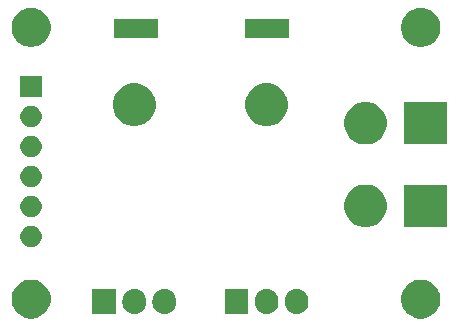
<source format=gbr>
G04 #@! TF.GenerationSoftware,KiCad,Pcbnew,(5.1.5)-3*
G04 #@! TF.CreationDate,2020-04-12T00:57:34+02:00*
G04 #@! TF.ProjectId,schinkli_pumps,73636869-6e6b-46c6-995f-70756d70732e,rev?*
G04 #@! TF.SameCoordinates,Original*
G04 #@! TF.FileFunction,Soldermask,Top*
G04 #@! TF.FilePolarity,Negative*
%FSLAX46Y46*%
G04 Gerber Fmt 4.6, Leading zero omitted, Abs format (unit mm)*
G04 Created by KiCad (PCBNEW (5.1.5)-3) date 2020-04-12 00:57:34*
%MOMM*%
%LPD*%
G04 APERTURE LIST*
%ADD10C,0.100000*%
G04 APERTURE END LIST*
D10*
G36*
X86875256Y-124891298D02*
G01*
X86981579Y-124912447D01*
X87282042Y-125036903D01*
X87552451Y-125217585D01*
X87782415Y-125447549D01*
X87963097Y-125717958D01*
X87963098Y-125717960D01*
X87999550Y-125805963D01*
X88087553Y-126018421D01*
X88151000Y-126337391D01*
X88151000Y-126662609D01*
X88087553Y-126981579D01*
X87963097Y-127282042D01*
X87782415Y-127552451D01*
X87552451Y-127782415D01*
X87282042Y-127963097D01*
X86981579Y-128087553D01*
X86875256Y-128108702D01*
X86662611Y-128151000D01*
X86337389Y-128151000D01*
X86124744Y-128108702D01*
X86018421Y-128087553D01*
X85717958Y-127963097D01*
X85447549Y-127782415D01*
X85217585Y-127552451D01*
X85036903Y-127282042D01*
X84912447Y-126981579D01*
X84849000Y-126662609D01*
X84849000Y-126337391D01*
X84912447Y-126018421D01*
X85000450Y-125805963D01*
X85036902Y-125717960D01*
X85036903Y-125717958D01*
X85217585Y-125447549D01*
X85447549Y-125217585D01*
X85717958Y-125036903D01*
X86018421Y-124912447D01*
X86124744Y-124891298D01*
X86337389Y-124849000D01*
X86662611Y-124849000D01*
X86875256Y-124891298D01*
G37*
G36*
X53875256Y-124891298D02*
G01*
X53981579Y-124912447D01*
X54282042Y-125036903D01*
X54552451Y-125217585D01*
X54782415Y-125447549D01*
X54963097Y-125717958D01*
X54963098Y-125717960D01*
X54999550Y-125805963D01*
X55087553Y-126018421D01*
X55151000Y-126337391D01*
X55151000Y-126662609D01*
X55087553Y-126981579D01*
X54963097Y-127282042D01*
X54782415Y-127552451D01*
X54552451Y-127782415D01*
X54282042Y-127963097D01*
X53981579Y-128087553D01*
X53875256Y-128108702D01*
X53662611Y-128151000D01*
X53337389Y-128151000D01*
X53124744Y-128108702D01*
X53018421Y-128087553D01*
X52717958Y-127963097D01*
X52447549Y-127782415D01*
X52217585Y-127552451D01*
X52036903Y-127282042D01*
X51912447Y-126981579D01*
X51849000Y-126662609D01*
X51849000Y-126337391D01*
X51912447Y-126018421D01*
X52000450Y-125805963D01*
X52036902Y-125717960D01*
X52036903Y-125717958D01*
X52217585Y-125447549D01*
X52447549Y-125217585D01*
X52717958Y-125036903D01*
X53018421Y-124912447D01*
X53124744Y-124891298D01*
X53337389Y-124849000D01*
X53662611Y-124849000D01*
X53875256Y-124891298D01*
G37*
G36*
X62436719Y-125663520D02*
G01*
X62625880Y-125720901D01*
X62625883Y-125720902D01*
X62718333Y-125770318D01*
X62800212Y-125814083D01*
X62953015Y-125939485D01*
X63078417Y-126092288D01*
X63171599Y-126266619D01*
X63228980Y-126455780D01*
X63243500Y-126603206D01*
X63243500Y-126796793D01*
X63228980Y-126944219D01*
X63217647Y-126981578D01*
X63171598Y-127133383D01*
X63122182Y-127225833D01*
X63078417Y-127307712D01*
X62953015Y-127460515D01*
X62800212Y-127585917D01*
X62625881Y-127679099D01*
X62436720Y-127736480D01*
X62240000Y-127755855D01*
X62043281Y-127736480D01*
X61854120Y-127679099D01*
X61679788Y-127585917D01*
X61526985Y-127460515D01*
X61401583Y-127307712D01*
X61308401Y-127133381D01*
X61251020Y-126944220D01*
X61236500Y-126796794D01*
X61236500Y-126603207D01*
X61251020Y-126455781D01*
X61308401Y-126266620D01*
X61308402Y-126266617D01*
X61357818Y-126174167D01*
X61401583Y-126092288D01*
X61526985Y-125939485D01*
X61679788Y-125814083D01*
X61854119Y-125720901D01*
X62043280Y-125663520D01*
X62240000Y-125644145D01*
X62436719Y-125663520D01*
G37*
G36*
X64976719Y-125663520D02*
G01*
X65165880Y-125720901D01*
X65165883Y-125720902D01*
X65258333Y-125770318D01*
X65340212Y-125814083D01*
X65493015Y-125939485D01*
X65618417Y-126092288D01*
X65711599Y-126266619D01*
X65768980Y-126455780D01*
X65783500Y-126603206D01*
X65783500Y-126796793D01*
X65768980Y-126944219D01*
X65757647Y-126981578D01*
X65711598Y-127133383D01*
X65662182Y-127225833D01*
X65618417Y-127307712D01*
X65493015Y-127460515D01*
X65340212Y-127585917D01*
X65165881Y-127679099D01*
X64976720Y-127736480D01*
X64780000Y-127755855D01*
X64583281Y-127736480D01*
X64394120Y-127679099D01*
X64219788Y-127585917D01*
X64066985Y-127460515D01*
X63941583Y-127307712D01*
X63848401Y-127133381D01*
X63791020Y-126944220D01*
X63776500Y-126796794D01*
X63776500Y-126603207D01*
X63791020Y-126455781D01*
X63848401Y-126266620D01*
X63848402Y-126266617D01*
X63897818Y-126174167D01*
X63941583Y-126092288D01*
X64066985Y-125939485D01*
X64219788Y-125814083D01*
X64394119Y-125720901D01*
X64583280Y-125663520D01*
X64780000Y-125644145D01*
X64976719Y-125663520D01*
G37*
G36*
X73636719Y-125663520D02*
G01*
X73825880Y-125720901D01*
X73825883Y-125720902D01*
X73918333Y-125770318D01*
X74000212Y-125814083D01*
X74153015Y-125939485D01*
X74278417Y-126092288D01*
X74371599Y-126266619D01*
X74428980Y-126455780D01*
X74443500Y-126603206D01*
X74443500Y-126796793D01*
X74428980Y-126944219D01*
X74417647Y-126981578D01*
X74371598Y-127133383D01*
X74322182Y-127225833D01*
X74278417Y-127307712D01*
X74153015Y-127460515D01*
X74000212Y-127585917D01*
X73825881Y-127679099D01*
X73636720Y-127736480D01*
X73440000Y-127755855D01*
X73243281Y-127736480D01*
X73054120Y-127679099D01*
X72879788Y-127585917D01*
X72726985Y-127460515D01*
X72601583Y-127307712D01*
X72508401Y-127133381D01*
X72451020Y-126944220D01*
X72436500Y-126796794D01*
X72436500Y-126603207D01*
X72451020Y-126455781D01*
X72508401Y-126266620D01*
X72508402Y-126266617D01*
X72557818Y-126174167D01*
X72601583Y-126092288D01*
X72726985Y-125939485D01*
X72879788Y-125814083D01*
X73054119Y-125720901D01*
X73243280Y-125663520D01*
X73440000Y-125644145D01*
X73636719Y-125663520D01*
G37*
G36*
X76176719Y-125663520D02*
G01*
X76365880Y-125720901D01*
X76365883Y-125720902D01*
X76458333Y-125770318D01*
X76540212Y-125814083D01*
X76693015Y-125939485D01*
X76818417Y-126092288D01*
X76911599Y-126266619D01*
X76968980Y-126455780D01*
X76983500Y-126603206D01*
X76983500Y-126796793D01*
X76968980Y-126944219D01*
X76957647Y-126981578D01*
X76911598Y-127133383D01*
X76862182Y-127225833D01*
X76818417Y-127307712D01*
X76693015Y-127460515D01*
X76540212Y-127585917D01*
X76365881Y-127679099D01*
X76176720Y-127736480D01*
X75980000Y-127755855D01*
X75783281Y-127736480D01*
X75594120Y-127679099D01*
X75419788Y-127585917D01*
X75266985Y-127460515D01*
X75141583Y-127307712D01*
X75048401Y-127133381D01*
X74991020Y-126944220D01*
X74976500Y-126796794D01*
X74976500Y-126603207D01*
X74991020Y-126455781D01*
X75048401Y-126266620D01*
X75048402Y-126266617D01*
X75097818Y-126174167D01*
X75141583Y-126092288D01*
X75266985Y-125939485D01*
X75419788Y-125814083D01*
X75594119Y-125720901D01*
X75783280Y-125663520D01*
X75980000Y-125644145D01*
X76176719Y-125663520D01*
G37*
G36*
X60703500Y-127751000D02*
G01*
X58696500Y-127751000D01*
X58696500Y-125649000D01*
X60703500Y-125649000D01*
X60703500Y-127751000D01*
G37*
G36*
X71903500Y-127751000D02*
G01*
X69896500Y-127751000D01*
X69896500Y-125649000D01*
X71903500Y-125649000D01*
X71903500Y-127751000D01*
G37*
G36*
X53613512Y-120303927D02*
G01*
X53762812Y-120333624D01*
X53926784Y-120401544D01*
X54074354Y-120500147D01*
X54199853Y-120625646D01*
X54298456Y-120773216D01*
X54366376Y-120937188D01*
X54401000Y-121111259D01*
X54401000Y-121288741D01*
X54366376Y-121462812D01*
X54298456Y-121626784D01*
X54199853Y-121774354D01*
X54074354Y-121899853D01*
X53926784Y-121998456D01*
X53762812Y-122066376D01*
X53613512Y-122096073D01*
X53588742Y-122101000D01*
X53411258Y-122101000D01*
X53386488Y-122096073D01*
X53237188Y-122066376D01*
X53073216Y-121998456D01*
X52925646Y-121899853D01*
X52800147Y-121774354D01*
X52701544Y-121626784D01*
X52633624Y-121462812D01*
X52599000Y-121288741D01*
X52599000Y-121111259D01*
X52633624Y-120937188D01*
X52701544Y-120773216D01*
X52800147Y-120625646D01*
X52925646Y-120500147D01*
X53073216Y-120401544D01*
X53237188Y-120333624D01*
X53386488Y-120303927D01*
X53411258Y-120299000D01*
X53588742Y-120299000D01*
X53613512Y-120303927D01*
G37*
G36*
X82046905Y-116808789D02*
G01*
X82345350Y-116868153D01*
X82673122Y-117003921D01*
X82968109Y-117201025D01*
X83218975Y-117451891D01*
X83416079Y-117746878D01*
X83551847Y-118074650D01*
X83621060Y-118422611D01*
X83621060Y-118777389D01*
X83551847Y-119125350D01*
X83416079Y-119453122D01*
X83218975Y-119748109D01*
X82968109Y-119998975D01*
X82673122Y-120196079D01*
X82345350Y-120331847D01*
X82046905Y-120391211D01*
X81997390Y-120401060D01*
X81642610Y-120401060D01*
X81593095Y-120391211D01*
X81294650Y-120331847D01*
X80966878Y-120196079D01*
X80671891Y-119998975D01*
X80421025Y-119748109D01*
X80223921Y-119453122D01*
X80088153Y-119125350D01*
X80018940Y-118777389D01*
X80018940Y-118422611D01*
X80088153Y-118074650D01*
X80223921Y-117746878D01*
X80421025Y-117451891D01*
X80671891Y-117201025D01*
X80966878Y-117003921D01*
X81294650Y-116868153D01*
X81593095Y-116808789D01*
X81642610Y-116798940D01*
X81997390Y-116798940D01*
X82046905Y-116808789D01*
G37*
G36*
X88701060Y-120401060D02*
G01*
X85098940Y-120401060D01*
X85098940Y-116798940D01*
X88701060Y-116798940D01*
X88701060Y-120401060D01*
G37*
G36*
X53613512Y-117763927D02*
G01*
X53762812Y-117793624D01*
X53926784Y-117861544D01*
X54074354Y-117960147D01*
X54199853Y-118085646D01*
X54298456Y-118233216D01*
X54366376Y-118397188D01*
X54401000Y-118571259D01*
X54401000Y-118748741D01*
X54366376Y-118922812D01*
X54298456Y-119086784D01*
X54199853Y-119234354D01*
X54074354Y-119359853D01*
X53926784Y-119458456D01*
X53762812Y-119526376D01*
X53613512Y-119556073D01*
X53588742Y-119561000D01*
X53411258Y-119561000D01*
X53386488Y-119556073D01*
X53237188Y-119526376D01*
X53073216Y-119458456D01*
X52925646Y-119359853D01*
X52800147Y-119234354D01*
X52701544Y-119086784D01*
X52633624Y-118922812D01*
X52599000Y-118748741D01*
X52599000Y-118571259D01*
X52633624Y-118397188D01*
X52701544Y-118233216D01*
X52800147Y-118085646D01*
X52925646Y-117960147D01*
X53073216Y-117861544D01*
X53237188Y-117793624D01*
X53386488Y-117763927D01*
X53411258Y-117759000D01*
X53588742Y-117759000D01*
X53613512Y-117763927D01*
G37*
G36*
X53613512Y-115223927D02*
G01*
X53762812Y-115253624D01*
X53926784Y-115321544D01*
X54074354Y-115420147D01*
X54199853Y-115545646D01*
X54298456Y-115693216D01*
X54366376Y-115857188D01*
X54401000Y-116031259D01*
X54401000Y-116208741D01*
X54366376Y-116382812D01*
X54298456Y-116546784D01*
X54199853Y-116694354D01*
X54074354Y-116819853D01*
X53926784Y-116918456D01*
X53762812Y-116986376D01*
X53613512Y-117016073D01*
X53588742Y-117021000D01*
X53411258Y-117021000D01*
X53386488Y-117016073D01*
X53237188Y-116986376D01*
X53073216Y-116918456D01*
X52925646Y-116819853D01*
X52800147Y-116694354D01*
X52701544Y-116546784D01*
X52633624Y-116382812D01*
X52599000Y-116208741D01*
X52599000Y-116031259D01*
X52633624Y-115857188D01*
X52701544Y-115693216D01*
X52800147Y-115545646D01*
X52925646Y-115420147D01*
X53073216Y-115321544D01*
X53237188Y-115253624D01*
X53386488Y-115223927D01*
X53411258Y-115219000D01*
X53588742Y-115219000D01*
X53613512Y-115223927D01*
G37*
G36*
X53613512Y-112683927D02*
G01*
X53762812Y-112713624D01*
X53926784Y-112781544D01*
X54074354Y-112880147D01*
X54199853Y-113005646D01*
X54298456Y-113153216D01*
X54366376Y-113317188D01*
X54401000Y-113491259D01*
X54401000Y-113668741D01*
X54366376Y-113842812D01*
X54298456Y-114006784D01*
X54199853Y-114154354D01*
X54074354Y-114279853D01*
X53926784Y-114378456D01*
X53762812Y-114446376D01*
X53613512Y-114476073D01*
X53588742Y-114481000D01*
X53411258Y-114481000D01*
X53386488Y-114476073D01*
X53237188Y-114446376D01*
X53073216Y-114378456D01*
X52925646Y-114279853D01*
X52800147Y-114154354D01*
X52701544Y-114006784D01*
X52633624Y-113842812D01*
X52599000Y-113668741D01*
X52599000Y-113491259D01*
X52633624Y-113317188D01*
X52701544Y-113153216D01*
X52800147Y-113005646D01*
X52925646Y-112880147D01*
X53073216Y-112781544D01*
X53237188Y-112713624D01*
X53386488Y-112683927D01*
X53411258Y-112679000D01*
X53588742Y-112679000D01*
X53613512Y-112683927D01*
G37*
G36*
X88701060Y-113401060D02*
G01*
X85098940Y-113401060D01*
X85098940Y-109798940D01*
X88701060Y-109798940D01*
X88701060Y-113401060D01*
G37*
G36*
X82046905Y-109808789D02*
G01*
X82345350Y-109868153D01*
X82673122Y-110003921D01*
X82968109Y-110201025D01*
X83218975Y-110451891D01*
X83416079Y-110746878D01*
X83551847Y-111074650D01*
X83621060Y-111422611D01*
X83621060Y-111777389D01*
X83551847Y-112125350D01*
X83416079Y-112453122D01*
X83218975Y-112748109D01*
X82968109Y-112998975D01*
X82673122Y-113196079D01*
X82345350Y-113331847D01*
X82046905Y-113391211D01*
X81997390Y-113401060D01*
X81642610Y-113401060D01*
X81593095Y-113391211D01*
X81294650Y-113331847D01*
X80966878Y-113196079D01*
X80671891Y-112998975D01*
X80421025Y-112748109D01*
X80223921Y-112453122D01*
X80088153Y-112125350D01*
X80018940Y-111777389D01*
X80018940Y-111422611D01*
X80088153Y-111074650D01*
X80223921Y-110746878D01*
X80421025Y-110451891D01*
X80671891Y-110201025D01*
X80966878Y-110003921D01*
X81294650Y-109868153D01*
X81593095Y-109808789D01*
X81642610Y-109798940D01*
X81997390Y-109798940D01*
X82046905Y-109808789D01*
G37*
G36*
X53613512Y-110143927D02*
G01*
X53762812Y-110173624D01*
X53926784Y-110241544D01*
X54074354Y-110340147D01*
X54199853Y-110465646D01*
X54298456Y-110613216D01*
X54366376Y-110777188D01*
X54401000Y-110951259D01*
X54401000Y-111128741D01*
X54366376Y-111302812D01*
X54298456Y-111466784D01*
X54199853Y-111614354D01*
X54074354Y-111739853D01*
X53926784Y-111838456D01*
X53762812Y-111906376D01*
X53613512Y-111936073D01*
X53588742Y-111941000D01*
X53411258Y-111941000D01*
X53386488Y-111936073D01*
X53237188Y-111906376D01*
X53073216Y-111838456D01*
X52925646Y-111739853D01*
X52800147Y-111614354D01*
X52701544Y-111466784D01*
X52633624Y-111302812D01*
X52599000Y-111128741D01*
X52599000Y-110951259D01*
X52633624Y-110777188D01*
X52701544Y-110613216D01*
X52800147Y-110465646D01*
X52925646Y-110340147D01*
X53073216Y-110241544D01*
X53237188Y-110173624D01*
X53386488Y-110143927D01*
X53411258Y-110139000D01*
X53588742Y-110139000D01*
X53613512Y-110143927D01*
G37*
G36*
X62765331Y-108308211D02*
G01*
X63093092Y-108443974D01*
X63388070Y-108641072D01*
X63638928Y-108891930D01*
X63836026Y-109186908D01*
X63971789Y-109514669D01*
X64041000Y-109862616D01*
X64041000Y-110217384D01*
X63971789Y-110565331D01*
X63836026Y-110893092D01*
X63638928Y-111188070D01*
X63388070Y-111438928D01*
X63093092Y-111636026D01*
X62765331Y-111771789D01*
X62417384Y-111841000D01*
X62062616Y-111841000D01*
X61714669Y-111771789D01*
X61386908Y-111636026D01*
X61091930Y-111438928D01*
X60841072Y-111188070D01*
X60643974Y-110893092D01*
X60508211Y-110565331D01*
X60439000Y-110217384D01*
X60439000Y-109862616D01*
X60508211Y-109514669D01*
X60643974Y-109186908D01*
X60841072Y-108891930D01*
X61091930Y-108641072D01*
X61386908Y-108443974D01*
X61714669Y-108308211D01*
X62062616Y-108239000D01*
X62417384Y-108239000D01*
X62765331Y-108308211D01*
G37*
G36*
X73965331Y-108308211D02*
G01*
X74293092Y-108443974D01*
X74588070Y-108641072D01*
X74838928Y-108891930D01*
X75036026Y-109186908D01*
X75171789Y-109514669D01*
X75241000Y-109862616D01*
X75241000Y-110217384D01*
X75171789Y-110565331D01*
X75036026Y-110893092D01*
X74838928Y-111188070D01*
X74588070Y-111438928D01*
X74293092Y-111636026D01*
X73965331Y-111771789D01*
X73617384Y-111841000D01*
X73262616Y-111841000D01*
X72914669Y-111771789D01*
X72586908Y-111636026D01*
X72291930Y-111438928D01*
X72041072Y-111188070D01*
X71843974Y-110893092D01*
X71708211Y-110565331D01*
X71639000Y-110217384D01*
X71639000Y-109862616D01*
X71708211Y-109514669D01*
X71843974Y-109186908D01*
X72041072Y-108891930D01*
X72291930Y-108641072D01*
X72586908Y-108443974D01*
X72914669Y-108308211D01*
X73262616Y-108239000D01*
X73617384Y-108239000D01*
X73965331Y-108308211D01*
G37*
G36*
X54401000Y-109401000D02*
G01*
X52599000Y-109401000D01*
X52599000Y-107599000D01*
X54401000Y-107599000D01*
X54401000Y-109401000D01*
G37*
G36*
X53875256Y-101891298D02*
G01*
X53981579Y-101912447D01*
X54282042Y-102036903D01*
X54552451Y-102217585D01*
X54782415Y-102447549D01*
X54963097Y-102717958D01*
X55087553Y-103018421D01*
X55151000Y-103337391D01*
X55151000Y-103662609D01*
X55087553Y-103981579D01*
X54963097Y-104282042D01*
X54782415Y-104552451D01*
X54552451Y-104782415D01*
X54282042Y-104963097D01*
X53981579Y-105087553D01*
X53875256Y-105108702D01*
X53662611Y-105151000D01*
X53337389Y-105151000D01*
X53124744Y-105108702D01*
X53018421Y-105087553D01*
X52717958Y-104963097D01*
X52447549Y-104782415D01*
X52217585Y-104552451D01*
X52036903Y-104282042D01*
X51912447Y-103981579D01*
X51849000Y-103662609D01*
X51849000Y-103337391D01*
X51912447Y-103018421D01*
X52036903Y-102717958D01*
X52217585Y-102447549D01*
X52447549Y-102217585D01*
X52717958Y-102036903D01*
X53018421Y-101912447D01*
X53124744Y-101891298D01*
X53337389Y-101849000D01*
X53662611Y-101849000D01*
X53875256Y-101891298D01*
G37*
G36*
X86875256Y-101891298D02*
G01*
X86981579Y-101912447D01*
X87282042Y-102036903D01*
X87552451Y-102217585D01*
X87782415Y-102447549D01*
X87963097Y-102717958D01*
X88087553Y-103018421D01*
X88151000Y-103337391D01*
X88151000Y-103662609D01*
X88087553Y-103981579D01*
X87963097Y-104282042D01*
X87782415Y-104552451D01*
X87552451Y-104782415D01*
X87282042Y-104963097D01*
X86981579Y-105087553D01*
X86875256Y-105108702D01*
X86662611Y-105151000D01*
X86337389Y-105151000D01*
X86124744Y-105108702D01*
X86018421Y-105087553D01*
X85717958Y-104963097D01*
X85447549Y-104782415D01*
X85217585Y-104552451D01*
X85036903Y-104282042D01*
X84912447Y-103981579D01*
X84849000Y-103662609D01*
X84849000Y-103337391D01*
X84912447Y-103018421D01*
X85036903Y-102717958D01*
X85217585Y-102447549D01*
X85447549Y-102217585D01*
X85717958Y-102036903D01*
X86018421Y-101912447D01*
X86124744Y-101891298D01*
X86337389Y-101849000D01*
X86662611Y-101849000D01*
X86875256Y-101891298D01*
G37*
G36*
X64251000Y-104401000D02*
G01*
X60549000Y-104401000D01*
X60549000Y-102799000D01*
X64251000Y-102799000D01*
X64251000Y-104401000D01*
G37*
G36*
X75351000Y-104401000D02*
G01*
X71649000Y-104401000D01*
X71649000Y-102799000D01*
X75351000Y-102799000D01*
X75351000Y-104401000D01*
G37*
M02*

</source>
